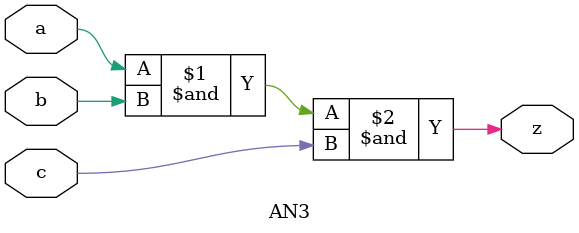
<source format=v>
module	AN3(a, b, c, z);

input	a, b, c;
output	z;

and #1 g1(z, a, b, c);

endmodule

</source>
